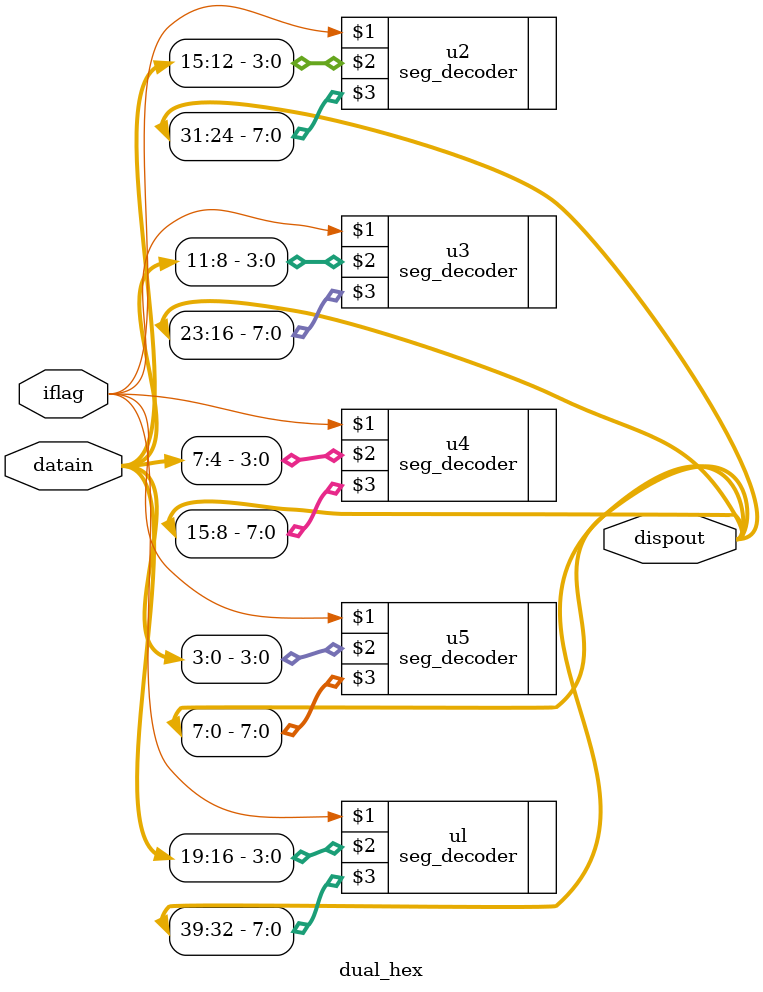
<source format=v>
module dual_hex(iflag, datain , dispout);
input iflag;
input[19:0] datain;
output[39:0] dispout;

seg_decoder ul(iflag,datain[19:16],dispout[39:32]);
seg_decoder u2(iflag,datain[15:12],dispout[31:24]);
seg_decoder u3(iflag,datain[11:8],dispout[23:16]);
seg_decoder u4(iflag,datain[7:4],dispout[15:8]);
seg_decoder u5(iflag,datain[3:0],dispout[7:0]);
endmodule



</source>
